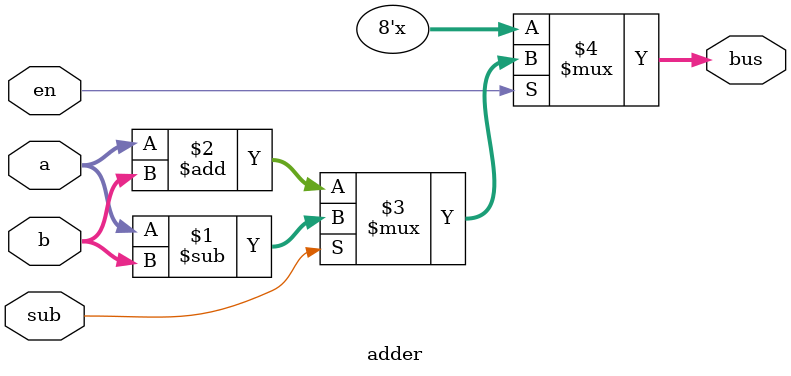
<source format=v>
module adder(
	input[7:0] a,
	input[7:0] b,
	input sub,
	input en,
	output[7:0] bus);

assign bus = 
	(en) ? 
		((sub) ? a-b : a+b) :
		8'bz;

endmodule


</source>
